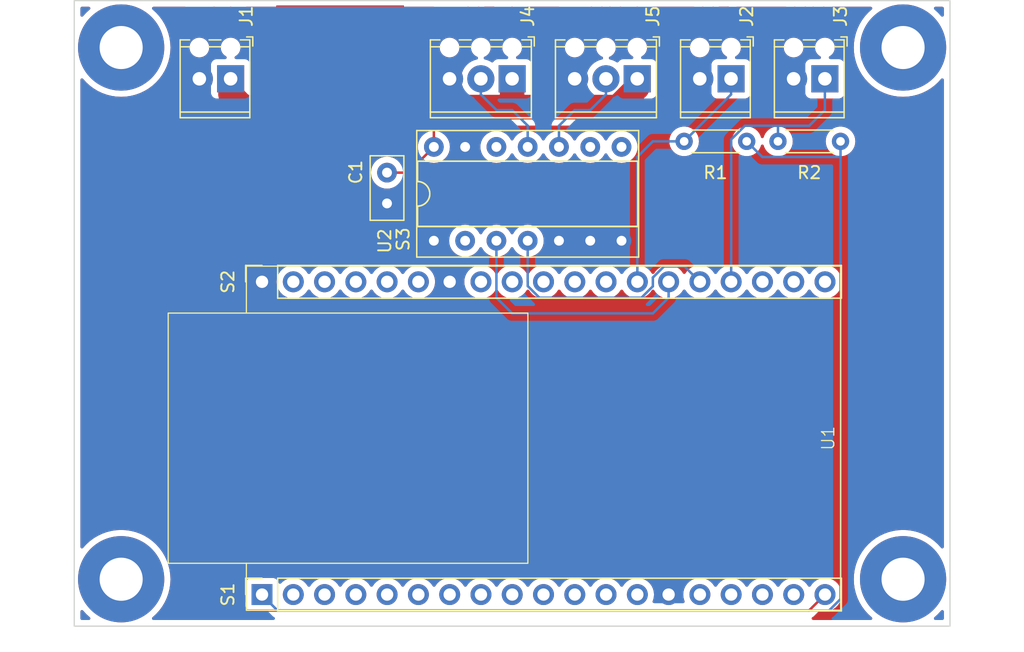
<source format=kicad_pcb>
(kicad_pcb (version 20240108) (generator "pcbnew") (generator_version "8.0")
  (layers (0 "F.Cu" signal) (31 "B.Cu" signal) (34 "B.Paste" user) (35 "F.Paste" user) (36 "B.SilkS" user "B.Silkscreen") (37 "F.SilkS" user "F.Silkscreen") (38 "B.Mask" user) (39 "F.Mask" user) (44 "Edge.Cuts" user))
  (net 0 "")
  (net 1 "GND")
  (net 2 "+3V3")
  (net 3 "+5V")
  (net 4 "BUTTON_RH")
  (net 5 "DATA_RH")
  (net 6 "BUTTON_LH")
  (net 7 "DATA_LH")
  (net 8 "DATA_LH_5V")
  (net 9 "DATA_RH_5V")
  (net 10 "Net-(S1-Pin_16)")
  (net 11 "Net-(S1-Pin_7)")
  (net 12 "Net-(S1-Pin_2)")
  (net 13 "Net-(S1-Pin_18)")
  (net 14 "Net-(S1-Pin_9)")
  (net 15 "Net-(S1-Pin_10)")
  (net 16 "Net-(S1-Pin_3)")
  (net 17 "Net-(S1-Pin_17)")
  (net 18 "Net-(S1-Pin_8)")
  (net 19 "Net-(S1-Pin_12)")
  (net 20 "Net-(S1-Pin_4)")
  (net 21 "Net-(S1-Pin_5)")
  (net 22 "Net-(S1-Pin_11)")
  (net 23 "Net-(S1-Pin_6)")
  (net 24 "Net-(S1-Pin_15)")
  (net 25 "Net-(S1-Pin_13)")
  (net 26 "Net-(S2-Pin_4)")
  (net 27 "Net-(S2-Pin_18)")
  (net 28 "Net-(S2-Pin_2)")
  (net 29 "Net-(S2-Pin_9)")
  (net 30 "Net-(S2-Pin_10)")
  (net 31 "Net-(S2-Pin_12)")
  (net 32 "Net-(S2-Pin_5)")
  (net 33 "Net-(S2-Pin_17)")
  (net 34 "Net-(S2-Pin_3)")
  (net 35 "Net-(S2-Pin_11)")
  (net 36 "Net-(S2-Pin_8)")
  (net 37 "Net-(S2-Pin_6)")
  (net 38 "Net-(S2-Pin_19)")
  (net 39 "Net-(S3-Pad9)")
  (net 40 "Net-(S3-Pad8)")
  (footprint "Capacitor_THT:C_Disc_D5.0mm_W2.5mm_P2.50mm" (layer "F.Cu") (at 152.4 90.17 -90)
    (property "Reference" "C1" (at -0.04 2.54 90) (layer "F.SilkS"))
    (property "Value" "C")
    (fp_line (start -1.37 1.37) (end 3.87 1.37) (stroke (width 0.12)) (layer "F.SilkS"))
    (fp_line (start -1.37 -1.37) (end -1.37 1.37) (stroke (width 0.12)) (layer "F.SilkS"))
    (fp_line (start -1.37 -1.37) (end 3.87 -1.37) (stroke (width 0.12)) (layer "F.SilkS"))
    (fp_line (start 3.87 -1.37) (end 3.87 1.37) (stroke (width 0.12)) (layer "F.SilkS"))
    (pad "1" thru_hole circle (at 0 0 270) (size 1.6 1.6) (drill 0.8) (layers "*.Cu" "*.Mask") (net 3 "+5V"))
    (pad "2" thru_hole circle (at 2.5 0 270) (size 1.6 1.6) (drill 0.8) (layers "*.Cu" "*.Mask") (net 1 "GND"))
  )
  (footprint "Connector_PinSocket_2.54mm:PinSocket_1x19_P2.54mm_Vertical" (layer "F.Cu") (at 142.25 124.435 90)
    (property "Reference" "S1" (at 0 -2.77 90) (layer "F.SilkS"))
    (property "Value" "Conn_01x19")
    (fp_line (start 1.33 -1.33) (end 1.33 0) (stroke (width 0.12)) (layer "F.SilkS"))
    (fp_line (start 0 -1.33) (end 1.33 -1.33) (stroke (width 0.12)) (layer "F.SilkS"))
    (fp_line (start 1.33 1.27) (end 1.33 47.05) (stroke (width 0.12)) (layer "F.SilkS"))
    (fp_line (start -1.33 1.27) (end 1.33 1.27) (stroke (width 0.12)) (layer "F.SilkS"))
    (fp_line (start -1.33 1.27) (end -1.33 47.05) (stroke (width 0.12)) (layer "F.SilkS"))
    (fp_line (start -1.33 47.05) (end 1.33 47.05) (stroke (width 0.12)) (layer "F.SilkS"))
    (pad "1" thru_hole rect (at 0 0 90) (size 1.7 1.7) (drill 1) (layers "*.Cu" "*.Mask") (net 2 "+3V3"))
    (pad "2" thru_hole oval (at 0 2.54 90) (size 1.7 1.7) (drill 1) (layers "*.Cu" "*.Mask") (net 12 "Net-(S1-Pin_2)"))
    (pad "3" thru_hole oval (at 0 5.08 90) (size 1.7 1.7) (drill 1) (layers "*.Cu" "*.Mask") (net 16 "Net-(S1-Pin_3)"))
    (pad "4" thru_hole oval (at 0 7.62 90) (size 1.7 1.7) (drill 1) (layers "*.Cu" "*.Mask") (net 20 "Net-(S1-Pin_4)"))
    (pad "5" thru_hole oval (at 0 10.16 90) (size 1.7 1.7) (drill 1) (layers "*.Cu" "*.Mask") (net 21 "Net-(S1-Pin_5)"))
    (pad "6" thru_hole oval (at 0 12.7 90) (size 1.7 1.7) (drill 1) (layers "*.Cu" "*.Mask") (net 23 "Net-(S1-Pin_6)"))
    (pad "7" thru_hole oval (at 0 15.24 90) (size 1.7 1.7) (drill 1) (layers "*.Cu" "*.Mask") (net 11 "Net-(S1-Pin_7)"))
    (pad "8" thru_hole oval (at 0 17.78 90) (size 1.7 1.7) (drill 1) (layers "*.Cu" "*.Mask") (net 18 "Net-(S1-Pin_8)"))
    (pad "9" thru_hole oval (at 0 20.32 90) (size 1.7 1.7) (drill 1) (layers "*.Cu" "*.Mask") (net 14 "Net-(S1-Pin_9)"))
    (pad "10" thru_hole oval (at 0 22.86 90) (size 1.7 1.7) (drill 1) (layers "*.Cu" "*.Mask") (net 15 "Net-(S1-Pin_10)"))
    (pad "11" thru_hole oval (at 0 25.4 90) (size 1.7 1.7) (drill 1) (layers "*.Cu" "*.Mask") (net 22 "Net-(S1-Pin_11)"))
    (pad "12" thru_hole oval (at 0 27.94 90) (size 1.7 1.7) (drill 1) (layers "*.Cu" "*.Mask") (net 19 "Net-(S1-Pin_12)"))
    (pad "13" thru_hole oval (at 0 30.48 90) (size 1.7 1.7) (drill 1) (layers "*.Cu" "*.Mask") (net 25 "Net-(S1-Pin_13)"))
    (pad "14" thru_hole oval (at 0 33.02 90) (size 1.7 1.7) (drill 1) (layers "*.Cu" "*.Mask") (net 1 "GND"))
    (pad "15" thru_hole oval (at 0 35.56 90) (size 1.7 1.7) (drill 1) (layers "*.Cu" "*.Mask") (net 24 "Net-(S1-Pin_15)"))
    (pad "16" thru_hole oval (at 0 38.1 90) (size 1.7 1.7) (drill 1) (layers "*.Cu" "*.Mask") (net 10 "Net-(S1-Pin_16)"))
    (pad "17" thru_hole oval (at 0 40.64 90) (size 1.7 1.7) (drill 1) (layers "*.Cu" "*.Mask") (net 17 "Net-(S1-Pin_17)"))
    (pad "18" thru_hole oval (at 0 43.18 90) (size 1.7 1.7) (drill 1) (layers "*.Cu" "*.Mask") (net 13 "Net-(S1-Pin_18)"))
    (pad "19" thru_hole oval (at 0 45.72 90) (size 1.7 1.7) (drill 1) (layers "*.Cu" "*.Mask") (net 3 "+5V"))
  )
  (footprint "Resistor_THT:R_Axial_DIN0204_L3.6mm_D1.6mm_P5.08mm_Horizontal" (layer "F.Cu") (at 181.61 87.63 180)
    (property "Reference" "R1" (at 2.54 -2.54 0) (layer "F.SilkS"))
    (property "Value" "R10K")
    (fp_line (start 0.62 0.92) (end 4.46 0.92) (stroke (width 0.12)) (layer "F.SilkS"))
    (fp_line (start 0.62 -0.92) (end 4.46 -0.92) (stroke (width 0.12)) (layer "F.SilkS"))
    (pad "1" thru_hole circle (at 0 0 180) (size 1.4 1.4) (drill 0.7) (layers "*.Cu" "*.Mask") (net 2 "+3V3"))
    (pad "2" thru_hole oval (at 5.08 0 180) (size 1.4 1.4) (drill 0.7) (layers "*.Cu" "*.Mask") (net 6 "BUTTON_LH"))
  )
  (footprint "MountingHole:MountingHole_3.5mm_Pad" (layer "F.Cu") (at 130.81 80.01)
    (property "Reference" "REF01" (hide yes))
    (property "Value" "MountingHole_3.5mm_Pad")
    (pad "1" thru_hole circle (at 0 0) (size 7 7) (drill 3.5) (layers "*.Cu" "*.Mask"))
  )
  (footprint "MountingHole:MountingHole_3.5mm_Pad" (layer "F.Cu") (at 130.81 123.19)
    (property "Reference" "REF03" (hide yes))
    (property "Value" "MountingHole_3.5mm_Pad")
    (pad "1" thru_hole circle (at 0 0) (size 7 7) (drill 3.5) (layers "*.Cu" "*.Mask"))
  )
  (footprint "Resistor_THT:R_Axial_DIN0204_L3.6mm_D1.6mm_P5.08mm_Horizontal" (layer "F.Cu") (at 189.23 87.63 180)
    (property "Reference" "R2" (at 2.54 -2.54 360) (layer "F.SilkS"))
    (property "Value" "R10K")
    (fp_line (start 0.62 0.92) (end 4.46 0.92) (stroke (width 0.12)) (layer "F.SilkS"))
    (fp_line (start 0.62 -0.92) (end 4.46 -0.92) (stroke (width 0.12)) (layer "F.SilkS"))
    (pad "1" thru_hole circle (at 0 0 180) (size 1.4 1.4) (drill 0.7) (layers "*.Cu" "*.Mask") (net 2 "+3V3"))
    (pad "2" thru_hole oval (at 5.08 0 180) (size 1.4 1.4) (drill 0.7) (layers "*.Cu" "*.Mask") (net 4 "BUTTON_RH"))
  )
  (footprint "TerminalBlock_Phoenix:TerminalBlock_Phoenix_MPT-0,5-2-2.54_1x02_P2.54mm_Horizontal" (layer "F.Cu") (at 180.34 82.55 180)
    (property "Reference" "J2" (at -1.27 5.08 90) (layer "F.SilkS"))
    (property "Value" "Screw_Terminal_01x02")
    (fp_line (start 4.1 -3.16) (end 4.1 3.16) (stroke (width 0.12)) (layer "F.SilkS"))
    (fp_line (start 3.33 3.16) (end 4.1 3.16) (stroke (width 0.12)) (layer "F.SilkS"))
    (fp_line (start 3.33 2.6) (end 4.1 2.6) (stroke (width 0.12)) (layer "F.SilkS"))
    (fp_line (start 0.79 3.16) (end 1.75 3.16) (stroke (width 0.12)) (layer "F.SilkS"))
    (fp_line (start 0.79 2.6) (end 1.75 2.6) (stroke (width 0.12)) (layer "F.SilkS"))
    (fp_line (start -1.56 3.16) (end -0.79 3.16) (stroke (width 0.12)) (layer "F.SilkS"))
    (fp_line (start -1.56 2.6) (end -0.79 2.6) (stroke (width 0.12)) (layer "F.SilkS"))
    (fp_line (start -1.56 -2.7) (end 4.1 -2.7) (stroke (width 0.12)) (layer "F.SilkS"))
    (fp_line (start -1.56 -3.16) (end 4.1 -3.16) (stroke (width 0.12)) (layer "F.SilkS"))
    (fp_line (start -1.56 -3.16) (end -1.56 3.16) (stroke (width 0.12)) (layer "F.SilkS"))
    (fp_line (start -1.8 3.4) (end -1.3 3.4) (stroke (width 0.12)) (layer "F.SilkS"))
    (fp_line (start -1.8 2.66) (end -1.8 3.4) (stroke (width 0.12)) (layer "F.SilkS"))
    (pad "" np_thru_hole circle (at 0 2.54 180) (size 1.1 1.1) (drill 1.1) (layers "*.Cu" "*.Mask"))
    (pad "" np_thru_hole circle (at 2.54 2.54 180) (size 1.1 1.1) (drill 1.1) (layers "*.Cu" "*.Mask"))
    (pad "1" thru_hole rect (at 0 0 180) (size 2.2 2.2) (drill 1.1) (layers "*.Cu" "*.Mask") (net 6 "BUTTON_LH"))
    (pad "2" thru_hole circle (at 2.54 0 180) (size 2.2 2.2) (drill 1.1) (layers "*.Cu" "*.Mask") (net 1 "GND"))
  )
  (footprint "No_Pin:DIP-14_W7.62mm-No_Pin" (layer "F.Cu") (at 156.205 95.7 90)
    (property "Reference" "U2" (at -0.02006 -3.985793 90) (layer "F.SilkS"))
    (property "Value" "CD74HC243E")
    (fp_line (start 6.46 -1.33) (end 4.81 -1.33) (stroke (width 0.12)) (layer "F.SilkS"))
    (fp_line (start 2.81 -1.33) (end 1.16 -1.33) (stroke (width 0.12)) (layer "F.SilkS"))
    (fp_line (start 1.16 -1.33) (end 1.16 16.57) (stroke (width 0.12)) (layer "F.SilkS"))
    (fp_line (start 6.46 16.57) (end 6.46 -1.33) (stroke (width 0.12)) (layer "F.SilkS"))
    (fp_line (start 1.16 16.57) (end 6.46 16.57) (stroke (width 0.12)) (layer "F.SilkS"))
    (fp_arc (start 4.81 -1.33) (mid 3.81 -0.33) (end 2.81 -1.33) (stroke (width 0.12)) (layer "F.SilkS"))
  )
  (footprint "TerminalBlock_Phoenix:TerminalBlock_Phoenix_MPT-0,5-2-2.54_1x02_P2.54mm_Horizontal" (layer "F.Cu") (at 187.96 82.55 180)
    (property "Reference" "J3" (at -1.27 5.08 90) (layer "F.SilkS"))
    (property "Value" "Screw_Terminal_01x02")
    (fp_line (start 4.1 -3.16) (end 4.1 3.16) (stroke (width 0.12)) (layer "F.SilkS"))
    (fp_line (start 3.33 3.16) (end 4.1 3.16) (stroke (width 0.12)) (layer "F.SilkS"))
    (fp_line (start 3.33 2.6) (end 4.1 2.6) (stroke (width 0.12)) (layer "F.SilkS"))
    (fp_line (start 0.79 3.16) (end 1.75 3.16) (stroke (width 0.12)) (layer "F.SilkS"))
    (fp_line (start 0.79 2.6) (end 1.75 2.6) (stroke (width 0.12)) (layer "F.SilkS"))
    (fp_line (start -1.56 3.16) (end -0.79 3.16) (stroke (width 0.12)) (layer "F.SilkS"))
    (fp_line (start -1.56 2.6) (end -0.79 2.6) (stroke (width 0.12)) (layer "F.SilkS"))
    (fp_line (start -1.56 -2.7) (end 4.1 -2.7) (stroke (width 0.12)) (layer "F.SilkS"))
    (fp_line (start -1.56 -3.16) (end 4.1 -3.16) (stroke (width 0.12)) (layer "F.SilkS"))
    (fp_line (start -1.56 -3.16) (end -1.56 3.16) (stroke (width 0.12)) (layer "F.SilkS"))
    (fp_line (start -1.8 3.4) (end -1.3 3.4) (stroke (width 0.12)) (layer "F.SilkS"))
    (fp_line (start -1.8 2.66) (end -1.8 3.4) (stroke (width 0.12)) (layer "F.SilkS"))
    (pad "" np_thru_hole circle (at 0 2.54 180) (size 1.1 1.1) (drill 1.1) (layers "*.Cu" "*.Mask"))
    (pad "" np_thru_hole circle (at 2.54 2.54 180) (size 1.1 1.1) (drill 1.1) (layers "*.Cu" "*.Mask"))
    (pad "1" thru_hole rect (at 0 0 180) (size 2.2 2.2) (drill 1.1) (layers "*.Cu" "*.Mask") (net 4 "BUTTON_RH"))
    (pad "2" thru_hole circle (at 2.54 0 180) (size 2.2 2.2) (drill 1.1) (layers "*.Cu" "*.Mask") (net 1 "GND"))
  )
  (footprint "TerminalBlock_Phoenix:TerminalBlock_Phoenix_MPT-0,5-3-2.54_1x03_P2.54mm_Horizontal" (layer "F.Cu") (at 162.56 82.55 180)
    (property "Reference" "J4" (at -1.27 5.08 90) (layer "F.SilkS"))
    (property "Value" "Screw_Terminal_01x03")
    (fp_line (start 6.64 -3.16) (end 6.64 3.16) (stroke (width 0.12)) (layer "F.SilkS"))
    (fp_line (start 5.87 3.16) (end 6.64 3.16) (stroke (width 0.12)) (layer "F.SilkS"))
    (fp_line (start 5.87 2.6) (end 6.64 2.6) (stroke (width 0.12)) (layer "F.SilkS"))
    (fp_line (start 3.33 3.16) (end 4.29 3.16) (stroke (width 0.12)) (layer "F.SilkS"))
    (fp_line (start 3.33 2.6) (end 4.29 2.6) (stroke (width 0.12)) (layer "F.SilkS"))
    (fp_line (start 0.79 3.16) (end 1.75 3.16) (stroke (width 0.12)) (layer "F.SilkS"))
    (fp_line (start 0.79 2.6) (end 1.75 2.6) (stroke (width 0.12)) (layer "F.SilkS"))
    (fp_line (start -1.56 3.16) (end -0.79 3.16) (stroke (width 0.12)) (layer "F.SilkS"))
    (fp_line (start -1.56 2.6) (end -0.79 2.6) (stroke (width 0.12)) (layer "F.SilkS"))
    (fp_line (start -1.56 -2.7) (end 6.64 -2.7) (stroke (width 0.12)) (layer "F.SilkS"))
    (fp_line (start -1.56 -3.16) (end 6.64 -3.16) (stroke (width 0.12)) (layer "F.SilkS"))
    (fp_line (start -1.56 -3.16) (end -1.56 3.16) (stroke (width 0.12)) (layer "F.SilkS"))
    (fp_line (start -1.8 3.4) (end -1.3 3.4) (stroke (width 0.12)) (layer "F.SilkS"))
    (fp_line (start -1.8 2.66) (end -1.8 3.4) (stroke (width 0.12)) (layer "F.SilkS"))
    (pad "" np_thru_hole circle (at 0 2.54 180) (size 1.1 1.1) (drill 1.1) (layers "*.Cu" "*.Mask"))
    (pad "" np_thru_hole circle (at 2.54 2.54 180) (size 1.1 1.1) (drill 1.1) (layers "*.Cu" "*.Mask"))
    (pad "" np_thru_hole circle (at 5.08 2.54 180) (size 1.1 1.1) (drill 1.1) (layers "*.Cu" "*.Mask"))
    (pad "1" thru_hole rect (at 0 0 180) (size 2.2 2.2) (drill 1.1) (layers "*.Cu" "*.Mask") (net 3 "+5V"))
    (pad "2" thru_hole circle (at 2.54 0 180) (size 2.2 2.2) (drill 1.1) (layers "*.Cu" "*.Mask") (net 8 "DATA_LH_5V"))
    (pad "3" thru_hole circle (at 5.08 0 180) (size 2.2 2.2) (drill 1.1) (layers "*.Cu" "*.Mask") (net 1 "GND"))
  )
  (footprint "TerminalBlock_Phoenix:TerminalBlock_Phoenix_MPT-0,5-3-2.54_1x03_P2.54mm_Horizontal" (layer "F.Cu") (at 172.72 82.55 180)
    (property "Reference" "J5" (at -1.27 5.08 90) (layer "F.SilkS"))
    (property "Value" "Screw_Terminal_01x03")
    (fp_line (start 6.64 -3.16) (end 6.64 3.16) (stroke (width 0.12)) (layer "F.SilkS"))
    (fp_line (start 5.87 3.16) (end 6.64 3.16) (stroke (width 0.12)) (layer "F.SilkS"))
    (fp_line (start 5.87 2.6) (end 6.64 2.6) (stroke (width 0.12)) (layer "F.SilkS"))
    (fp_line (start 3.33 3.16) (end 4.29 3.16) (stroke (width 0.12)) (layer "F.SilkS"))
    (fp_line (start 3.33 2.6) (end 4.29 2.6) (stroke (width 0.12)) (layer "F.SilkS"))
    (fp_line (start 0.79 3.16) (end 1.75 3.16) (stroke (width 0.12)) (layer "F.SilkS"))
    (fp_line (start 0.79 2.6) (end 1.75 2.6) (stroke (width 0.12)) (layer "F.SilkS"))
    (fp_line (start -1.56 3.16) (end -0.79 3.16) (stroke (width 0.12)) (layer "F.SilkS"))
    (fp_line (start -1.56 2.6) (end -0.79 2.6) (stroke (width 0.12)) (layer "F.SilkS"))
    (fp_line (start -1.56 -2.7) (end 6.64 -2.7) (stroke (width 0.12)) (layer "F.SilkS"))
    (fp_line (start -1.56 -3.16) (end 6.64 -3.16) (stroke (width 0.12)) (layer "F.SilkS"))
    (fp_line (start -1.56 -3.16) (end -1.56 3.16) (stroke (width 0.12)) (layer "F.SilkS"))
    (fp_line (start -1.8 3.4) (end -1.3 3.4) (stroke (width 0.12)) (layer "F.SilkS"))
    (fp_line (start -1.8 2.66) (end -1.8 3.4) (stroke (width 0.12)) (layer "F.SilkS"))
    (pad "" np_thru_hole circle (at 0 2.54 180) (size 1.1 1.1) (drill 1.1) (layers "*.Cu" "*.Mask"))
    (pad "" np_thru_hole circle (at 2.54 2.54 180) (size 1.1 1.1) (drill 1.1) (layers "*.Cu" "*.Mask"))
    (pad "" np_thru_hole circle (at 5.08 2.54 180) (size 1.1 1.1) (drill 1.1) (layers "*.Cu" "*.Mask"))
    (pad "1" thru_hole rect (at 0 0 180) (size 2.2 2.2) (drill 1.1) (layers "*.Cu" "*.Mask") (net 3 "+5V"))
    (pad "2" thru_hole circle (at 2.54 0 180) (size 2.2 2.2) (drill 1.1) (layers "*.Cu" "*.Mask") (net 9 "DATA_RH_5V"))
    (pad "3" thru_hole circle (at 5.08 0 180) (size 2.2 2.2) (drill 1.1) (layers "*.Cu" "*.Mask") (net 1 "GND"))
  )
  (footprint "TerminalBlock_Phoenix:TerminalBlock_Phoenix_MPT-0,5-2-2.54_1x02_P2.54mm_Horizontal" (layer "F.Cu") (at 139.7 82.55 180)
    (property "Reference" "J1" (at -1.27 5.08 -90) (layer "F.SilkS"))
    (property "Value" "Screw_Terminal_01x02")
    (fp_line (start 4.1 -3.16) (end 4.1 3.16) (stroke (width 0.12)) (layer "F.SilkS"))
    (fp_line (start 3.33 3.16) (end 4.1 3.16) (stroke (width 0.12)) (layer "F.SilkS"))
    (fp_line (start 3.33 2.6) (end 4.1 2.6) (stroke (width 0.12)) (layer "F.SilkS"))
    (fp_line (start 0.79 3.16) (end 1.75 3.16) (stroke (width 0.12)) (layer "F.SilkS"))
    (fp_line (start 0.79 2.6) (end 1.75 2.6) (stroke (width 0.12)) (layer "F.SilkS"))
    (fp_line (start -1.56 3.16) (end -0.79 3.16) (stroke (width 0.12)) (layer "F.SilkS"))
    (fp_line (start -1.56 2.6) (end -0.79 2.6) (stroke (width 0.12)) (layer "F.SilkS"))
    (fp_line (start -1.56 -2.7) (end 4.1 -2.7) (stroke (width 0.12)) (layer "F.SilkS"))
    (fp_line (start -1.56 -3.16) (end 4.1 -3.16) (stroke (width 0.12)) (layer "F.SilkS"))
    (fp_line (start -1.56 -3.16) (end -1.56 3.16) (stroke (width 0.12)) (layer "F.SilkS"))
    (fp_line (start -1.8 3.4) (end -1.3 3.4) (stroke (width 0.12)) (layer "F.SilkS"))
    (fp_line (start -1.8 2.66) (end -1.8 3.4) (stroke (width 0.12)) (layer "F.SilkS"))
    (pad "" np_thru_hole circle (at 0 2.54 180) (size 1.1 1.1) (drill 1.1) (layers "*.Cu" "*.Mask"))
    (pad "" np_thru_hole circle (at 2.54 2.54 180) (size 1.1 1.1) (drill 1.1) (layers "*.Cu" "*.Mask"))
    (pad "1" thru_hole rect (at 0 0 180) (size 2.2 2.2) (drill 1.1) (layers "*.Cu" "*.Mask") (net 3 "+5V"))
    (pad "2" thru_hole circle (at 2.54 0 180) (size 2.2 2.2) (drill 1.1) (layers "*.Cu" "*.Mask") (net 1 "GND"))
  )
  (footprint "Package_DIP:DIP-14_W7.62mm_Socket" (layer "F.Cu") (at 156.205 95.7 90)
    (property "Reference" "S3" (at 0.12 -2.5 90) (layer "F.SilkS"))
    (property "Value" "~")
    (fp_line (start 8.95 -1.39) (end -1.33 -1.39) (stroke (width 0.12)) (layer "F.SilkS"))
    (fp_line (start -1.33 -1.39) (end -1.33 16.63) (stroke (width 0.12)) (layer "F.SilkS"))
    (fp_line (start 6.46 -1.33) (end 4.81 -1.33) (stroke (width 0.12)) (layer "F.SilkS"))
    (fp_line (start 2.81 -1.33) (end 1.16 -1.33) (stroke (width 0.12)) (layer "F.SilkS"))
    (fp_line (start 1.16 -1.33) (end 1.16 16.57) (stroke (width 0.12)) (layer "F.SilkS"))
    (fp_line (start 6.46 16.57) (end 6.46 -1.33) (stroke (width 0.12)) (layer "F.SilkS"))
    (fp_line (start 1.16 16.57) (end 6.46 16.57) (stroke (width 0.12)) (layer "F.SilkS"))
    (fp_line (start 8.95 16.63) (end 8.95 -1.39) (stroke (width 0.12)) (layer "F.SilkS"))
    (fp_line (start -1.33 16.63) (end 8.95 16.63) (stroke (width 0.12)) (layer "F.SilkS"))
    (fp_arc (start 4.81 -1.33) (mid 3.81 -0.33) (end 2.81 -1.33) (stroke (width 0.12)) (layer "F.SilkS"))
    (pad "1" thru_hole rect (at 0 0 90) (size 1.6 1.6) (drill 0.8) (layers "*.Cu" "*.Mask") (net 1 "GND"))
    (pad "2" thru_hole oval (at 0 2.54 90) (size 1.6 1.6) (drill 0.8) (layers "*.Cu" "*.Mask"))
    (pad "3" thru_hole oval (at 0 5.08 90) (size 1.6 1.6) (drill 0.8) (layers "*.Cu" "*.Mask") (net 7 "DATA_LH"))
    (pad "4" thru_hole oval (at 0 7.62 90) (size 1.6 1.6) (drill 0.8) (layers "*.Cu" "*.Mask") (net 5 "DATA_RH"))
    (pad "5" thru_hole oval (at 0 10.16 90) (size 1.6 1.6) (drill 0.8) (layers "*.Cu" "*.Mask") (net 1 "GND"))
    (pad "6" thru_hole oval (at 0 12.7 90) (size 1.6 1.6) (drill 0.8) (layers "*.Cu" "*.Mask") (net 1 "GND"))
    (pad "7" thru_hole oval (at 0 15.24 90) (size 1.6 1.6) (drill 0.8) (layers "*.Cu" "*.Mask") (net 1 "GND"))
    (pad "8" thru_hole oval (at 7.62 15.24 90) (size 1.6 1.6) (drill 0.8) (layers "*.Cu" "*.Mask") (net 40 "Net-(S3-Pad8)"))
    (pad "9" thru_hole oval (at 7.62 12.7 90) (size 1.6 1.6) (drill 0.8) (layers "*.Cu" "*.Mask") (net 39 "Net-(S3-Pad9)"))
    (pad "10" thru_hole oval (at 7.62 10.16 90) (size 1.6 1.6) (drill 0.8) (layers "*.Cu" "*.Mask") (net 9 "DATA_RH_5V"))
    (pad "11" thru_hole oval (at 7.62 7.62 90) (size 1.6 1.6) (drill 0.8) (layers "*.Cu" "*.Mask") (net 8 "DATA_LH_5V"))
    (pad "12" thru_hole oval (at 7.62 5.08 90) (size 1.6 1.6) (drill 0.8) (layers "*.Cu" "*.Mask"))
    (pad "13" thru_hole oval (at 7.62 2.54 90) (size 1.6 1.6) (drill 0.8) (layers "*.Cu" "*.Mask") (net 1 "GND"))
    (pad "14" thru_hole oval (at 7.62 0 90) (size 1.6 1.6) (drill 0.8) (layers "*.Cu" "*.Mask") (net 3 "+5V"))
  )
  (footprint "Connector_PinSocket_2.54mm:PinSocket_1x19_P2.54mm_Vertical" (layer "F.Cu") (at 142.25 99.035 90)
    (property "Reference" "S2" (at 0 -2.77 90) (layer "F.SilkS"))
    (property "Value" "Conn_01x19")
    (fp_line (start 1.33 -1.33) (end 1.33 0) (stroke (width 0.12)) (layer "F.SilkS"))
    (fp_line (start 0 -1.33) (end 1.33 -1.33) (stroke (width 0.12)) (layer "F.SilkS"))
    (fp_line (start 1.33 1.27) (end 1.33 47.05) (stroke (width 0.12)) (layer "F.SilkS"))
    (fp_line (start -1.33 1.27) (end 1.33 1.27) (stroke (width 0.12)) (layer "F.SilkS"))
    (fp_line (start -1.33 1.27) (end -1.33 47.05) (stroke (width 0.12)) (layer "F.SilkS"))
    (fp_line (start -1.33 47.05) (end 1.33 47.05) (stroke (width 0.12)) (layer "F.SilkS"))
    (pad "1" thru_hole rect (at 0 0 90) (size 1.7 1.7) (drill 1) (layers "*.Cu" "*.Mask") (net 1 "GND"))
    (pad "2" thru_hole oval (at 0 2.54 90) (size 1.7 1.7) (drill 1) (layers "*.Cu" "*.Mask") (net 28 "Net-(S2-Pin_2)"))
    (pad "3" thru_hole oval (at 0 5.08 90) (size 1.7 1.7) (drill 1) (layers "*.Cu" "*.Mask") (net 34 "Net-(S2-Pin_3)"))
    (pad "4" thru_hole oval (at 0 7.62 90) (size 1.7 1.7) (drill 1) (layers "*.Cu" "*.Mask") (net 26 "Net-(S2-Pin_4)"))
    (pad "5" thru_hole oval (at 0 10.16 90) (size 1.7 1.7) (drill 1) (layers "*.Cu" "*.Mask") (net 32 "Net-(S2-Pin_5)"))
    (pad "6" thru_hole oval (at 0 12.7 90) (size 1.7 1.7) (drill 1) (layers "*.Cu" "*.Mask") (net 37 "Net-(S2-Pin_6)"))
    (pad "7" thru_hole oval (at 0 15.24 90) (size 1.7 1.7) (drill 1) (layers "*.Cu" "*.Mask") (net 1 "GND"))
    (pad "8" thru_hole oval (at 0 17.78 90) (size 1.7 1.7) (drill 1) (layers "*.Cu" "*.Mask") (net 36 "Net-(S2-Pin_8)"))
    (pad "9" thru_hole oval (at 0 20.32 90) (size 1.7 1.7) (drill 1) (layers "*.Cu" "*.Mask") (net 29 "Net-(S2-Pin_9)"))
    (pad "10" thru_hole oval (at 0 22.86 90) (size 1.7 1.7) (drill 1) (layers "*.Cu" "*.Mask") (net 30 "Net-(S2-Pin_10)"))
    (pad "11" thru_hole oval (at 0 25.4 90) (size 1.7 1.7) (drill 1) (layers "*.Cu" "*.Mask") (net 35 "Net-(S2-Pin_11)"))
    (pad "12" thru_hole oval (at 0 27.94 90) (size 1.7 1.7) (drill 1) (layers "*.Cu" "*.Mask") (net 31 "Net-(S2-Pin_12)"))
    (pad "13" thru_hole oval (at 0 30.48 90) (size 1.7 1.7) (drill 1) (layers "*.Cu" "*.Mask") (net 6 "BUTTON_LH"))
    (pad "14" thru_hole oval (at 0 33.02 90) (size 1.7 1.7) (drill 1) (layers "*.Cu" "*.Mask") (net 7 "DATA_LH"))
    (pad "15" thru_hole oval (at 0 35.56 90) (size 1.7 1.7) (drill 1) (layers "*.Cu" "*.Mask") (net 5 "DATA_RH"))
    (pad "16" thru_hole oval (at 0 38.1 90) (size 1.7 1.7) (drill 1) (layers "*.Cu" "*.Mask") (net 4 "BUTTON_RH"))
    (pad "17" thru_hole oval (at 0 40.64 90) (size 1.7 1.7) (drill 1) (layers "*.Cu" "*.Mask") (net 33 "Net-(S2-Pin_17)"))
    (pad "18" thru_hole oval (at 0 43.18 90) (size 1.7 1.7) (drill 1) (layers "*.Cu" "*.Mask") (net 27 "Net-(S2-Pin_18)"))
    (pad "19" thru_hole oval (at 0 45.72 90) (size 1.7 1.7) (drill 1) (layers "*.Cu" "*.Mask") (net 38 "Net-(S2-Pin_19)"))
  )
  (footprint "No_Pin:ESP32-WROOM-DEV-KIT-V4-No_Pin" (layer "F.Cu") (at 187.97 111.735 90)
    (property "Reference" "U1" (at 0 0.254 90) (layer "F.SilkS") (effects (font (thickness 0.1))))
    (property "Value" "ESP32-VROOM-32" (hide yes))
    (fp_line (start 13.97 -46.99) (end 13.97 1.27) (stroke (width 0.1)) (layer "F.SilkS"))
    (fp_line (start 10.16 -46.99) (end 13.97 -46.99) (stroke (width 0.1)) (layer "F.SilkS"))
    (fp_line (start -13.97 -46.99) (end -10.16 -46.99) (stroke (width 0.1)) (layer "F.SilkS"))
    (fp_line (start 13.97 1.27) (end -13.97 1.27) (stroke (width 0.1)) (layer "F.SilkS"))
    (fp_line (start -13.97 1.27) (end -13.97 -46.99) (stroke (width 0.1)) (layer "F.SilkS"))
    (fp_rect (start -10.16 -53.34) (end 10.16 -24.13) (stroke (width 0.1)) (fill none) (layer "F.SilkS"))
  )
  (footprint "MountingHole:MountingHole_3.5mm_Pad" (layer "F.Cu") (at 194.31 123.19)
    (property "Reference" "REF04" (hide yes))
    (property "Value" "MountingHole_3.5mm_Pad")
    (pad "1" thru_hole circle (at 0 0) (size 7 7) (drill 3.5) (layers "*.Cu" "*.Mask"))
  )
  (footprint "MountingHole:MountingHole_3.5mm_Pad" (layer "F.Cu") (at 194.31 80.01)
    (property "Reference" "REF02" (hide yes))
    (property "Value" "MountingHole_3.5mm_Pad")
    (pad "1" thru_hole circle (at 0 0) (size 7 7) (drill 3.5) (layers "*.Cu" "*.Mask"))
  )
  (gr_rect (start 127 76.2) (end 198.12 127) (stroke (width 0.1)) (fill none) (layer "Edge.Cuts"))
  (gr_text "-" (at 157.48 77.47 180) (layer "F.Cu") (effects (font (size 1.5 1.5) (thickness 0.1875))))
  (gr_text "RH" (at 170.18 77.47 180) (layer "F.Cu") (effects (font (size 1.5 1.5) (thickness 0.1875))))
  (gr_text "+" (at 139.7 77.47 180) (layer "F.Cu") (effects (font (size 1.5 1.5) (thickness 0.1875))))
  (gr_text "TeteDeLit\n1.00" (at 148.59 78.74 180) (layer "F.Cu" knockout) (effects (font (size 1.5 1.5) (thickness 0.1875))))
  (gr_text "LH" (at 160.02 77.47 180) (layer "F.Cu") (effects (font (size 1.5 1.5) (thickness 0.1875))))
  (gr_text "-" (at 137.16 77.47 180) (layer "F.Cu") (effects (font (size 1.5 1.2))))
  (gr_text "LH" (at 179.07 77.47 180) (layer "F.Cu") (effects (font (size 1.5 1.5) (thickness 0.1875))))
  (gr_text "RH" (at 186.69 77.47 180) (layer "F.Cu") (effects (font (size 1.5 1.5) (thickness 0.1875))))
  (gr_text "-" (at 167.64 77.47 180) (layer "F.Cu") (effects (font (size 1.5 1.5) (thickness 0.1875))))
  (gr_text "+" (at 172.72 77.47 180) (layer "F.Cu") (effects (font (size 1.5 1.5) (thickness 0.1875))))
  (gr_text "+" (at 162.56 77.47 180) (layer "F.Cu") (effects (font (size 1.5 1.5) (thickness 0.1875))))
  (segment (start 181.61 87.63) (end 182.88 88.9) (width 0.2) (layer "B.Cu") (net 2))
  (segment (start 188.301346 125.73) (end 189.23 124.801346) (width 0.2) (layer "B.Cu") (net 2))
  (segment (start 189.23 87.63) (end 189.23 124.801346) (width 0.2) (layer "B.Cu") (net 2))
  (segment (start 142.25 124.47) (end 143.51 125.73) (width 0.2) (layer "B.Cu") (net 2))
  (segment (start 143.51 125.73) (end 188.301346 125.73) (width 0.2) (layer "B.Cu") (net 2))
  (segment (start 182.88 88.9) (end 189.23 88.9) (width 0.2) (layer "B.Cu") (net 2))
  (segment (start 139.7 83.82) (end 139.7 82.55) (width 2) (layer "F.Cu") (net 3))
  (segment (start 167.635 84.855) (end 167.64 84.85) (width 0.2) (layer "F.Cu") (net 3))
  (segment (start 186.675 125.73) (end 187.97 124.435) (width 0.2) (layer "F.Cu") (net 3))
  (segment (start 139.7 85.09) (end 139.7 82.55) (width 0.2) (layer "F.Cu") (net 3))
  (segment (start 137.16 124.46) (end 138.43 125.73) (width 0.2) (layer "F.Cu") (net 3))
  (segment (start 156.21 84.85) (end 140.73 84.85) (width 2) (layer "F.Cu") (net 3))
  (segment (start 162.56 82.55) (end 162.56 84.85) (width 2) (layer "F.Cu") (net 3))
  (segment (start 167.64 84.85) (end 171.132692 84.85) (width 0.2) (layer "F.Cu") (net 3))
  (segment (start 171.132692 84.85) (end 172.72 83.262692) (width 2) (layer "F.Cu") (net 3))
  (segment (start 156.205 84.855) (end 156.21 84.85) (width 0.2) (layer "F.Cu") (net 3))
  (segment (start 156.205 88.08) (end 156.205 84.855) (width 0.2) (layer "F.Cu") (net 3))
  (segment (start 137.16 87.63) (end 137.16 124.46) (width 0.2) (layer "F.Cu") (net 3))
  (segment (start 152.4 90.17) (end 154.115 90.17) (width 0.2) (layer "F.Cu") (net 3))
  (segment (start 171.132692 84.85) (end 156.21 84.85) (width 2) (layer "F.Cu") (net 3))
  (segment (start 137.16 87.63) (end 139.7 85.09) (width 0.2) (layer "F.Cu") (net 3))
  (segment (start 172.72 83.262692) (end 172.72 82.55) (width 2) (layer "F.Cu") (net 3))
  (segment (start 140.73 84.85) (end 139.7 83.82) (width 2) (layer "F.Cu") (net 3))
  (segment (start 138.43 125.73) (end 186.675 125.73) (width 0.2) (layer "F.Cu") (net 3))
  (segment (start 154.115 90.17) (end 156.205 88.08) (width 0.2) (layer "F.Cu") (net 3))
  (segment (start 180.35 99.035) (end 180.35 87.475786) (width 0.2) (layer "B.Cu") (net 4))
  (segment (start 187.96 82.55) (end 187.96 85.09) (width 0.2) (layer "B.Cu") (net 4))
  (segment (start 184.15 86.36) (end 186.69 86.36) (width 0.2) (layer "B.Cu") (net 4))
  (segment (start 184.15 87.63) (end 184.15 86.36) (width 0.2) (layer "B.Cu") (net 4))
  (segment (start 187.96 85.09) (end 186.69 86.36) (width 0.2) (layer "B.Cu") (net 4))
  (segment (start 181.465786 86.36) (end 184.15 86.36) (width 0.2) (layer "B.Cu") (net 4))
  (segment (start 180.35 87.475786) (end 181.465786 86.36) (width 0.2) (layer "B.Cu") (net 4))
  (segment (start 173.99 98.688654) (end 174.888654 97.79) (width 0.2) (layer "B.Cu") (net 5))
  (segment (start 176.565 97.79) (end 177.81 99.035) (width 0.2) (layer "B.Cu") (net 5))
  (segment (start 173.061346 100.33) (end 173.99 99.401346) (width 0.2) (layer "B.Cu") (net 5))
  (segment (start 173.99 99.401346) (end 173.99 98.688654) (width 0.2) (layer "B.Cu") (net 5))
  (segment (start 163.825 99.055) (end 163.83 99.06) (width 0.2) (layer "B.Cu") (net 5))
  (segment (start 163.83 99.381346) (end 164.778654 100.33) (width 0.2) (layer "B.Cu") (net 5))
  (segment (start 163.83 99.06) (end 163.83 99.381346) (width 0.2) (layer "B.Cu") (net 5))
  (segment (start 164.778654 100.33) (end 173.061346 100.33) (width 0.2) (layer "B.Cu") (net 5))
  (segment (start 163.825 95.7) (end 163.825 99.055) (width 0.2) (layer "B.Cu") (net 5))
  (segment (start 174.888654 97.79) (end 176.565 97.79) (width 0.2) (layer "B.Cu") (net 5))
  (segment (start 172.72 88.9) (end 173.99 87.63) (width 0.2) (layer "B.Cu") (net 6))
  (segment (start 176.53 87.63) (end 180.34 83.82) (width 0.2) (layer "B.Cu") (net 6))
  (segment (start 172.73 88.91) (end 172.72 88.9) (width 0.2) (layer "B.Cu") (net 6))
  (segment (start 172.73 99.035) (end 172.73 88.91) (width 0.2) (layer "B.Cu") (net 6))
  (segment (start 180.34 83.82) (end 180.34 82.55) (width 0.2) (layer "B.Cu") (net 6))
  (segment (start 173.99 87.63) (end 176.53 87.63) (width 0.2) (layer "B.Cu") (net 6))
  (segment (start 173.99 101.6) (end 175.27 100.32) (width 0.2) (layer "B.Cu") (net 7))
  (segment (start 175.27 100.32) (end 175.27 99.035) (width 0.2) (layer "B.Cu") (net 7))
  (segment (start 161.285 95.7) (end 161.285 100.325) (width 0.2) (layer "B.Cu") (net 7))
  (segment (start 162.56 101.6) (end 173.99 101.6) (width 0.2) (layer "B.Cu") (net 7))
  (segment (start 161.285 100.325) (end 162.56 101.6) (width 0.2) (layer "B.Cu") (net 7))
  (segment (start 162.56 85.09) (end 163.83 86.36) (width 0.2) (layer "B.Cu") (net 8))
  (segment (start 160.02 83.82) (end 161.29 85.09) (width 0.2) (layer "B.Cu") (net 8))
  (segment (start 163.83 86.36) (end 163.825 86.365) (width 0.2) (layer "B.Cu") (net 8))
  (segment (start 161.29 85.09) (end 162.56 85.09) (width 0.2) (layer "B.Cu") (net 8))
  (segment (start 160.02 82.55) (end 160.02 83.82) (width 0.2) (layer "B.Cu") (net 8))
  (segment (start 163.825 86.365) (end 163.825 88.08) (width 0.2) (layer "B.Cu") (net 8))
  (segment (start 170.18 82.55) (end 170.18 83.82) (width 0.2) (layer "B.Cu") (net 9))
  (segment (start 168.91 85.09) (end 167.64 85.09) (width 0.2) (layer "B.Cu") (net 9))
  (segment (start 167.64 85.09) (end 166.365 86.365) (width 0.2) (layer "B.Cu") (net 9))
  (segment (start 166.365 86.365) (end 166.365 88.08) (width 0.2) (layer "B.Cu") (net 9))
  (segment (start 170.18 83.82) (end 168.91 85.09) (width 0.2) (layer "B.Cu") (net 9))
  (zone (net 1) (net_name "GND") (layer "F.Cu") (priority 1) (connect_pads yes (clearance 0.5)) (min_thickness 0.25) (fill yes (thermal_gap 0.5) (thermal_bridge_width 0.5) (island_removal_mode 1) (island_area_min 10))
    (polygon (pts (xy 198.12 76.2) (xy 127 76.2) (xy 127 127) (xy 198.12 127)))
  )
  (zone (net 1) (net_name "GND") (layer "B.Cu") (connect_pads yes (clearance 0.5)) (min_thickness 0.25) (fill yes (thermal_gap 0.5) (thermal_bridge_width 0.5) (island_removal_mode 1) (island_area_min 10))
    (polygon (pts (xy 127 76.2) (xy 198.12 76.2) (xy 198.12 127) (xy 127 127)))
  )
)
</source>
